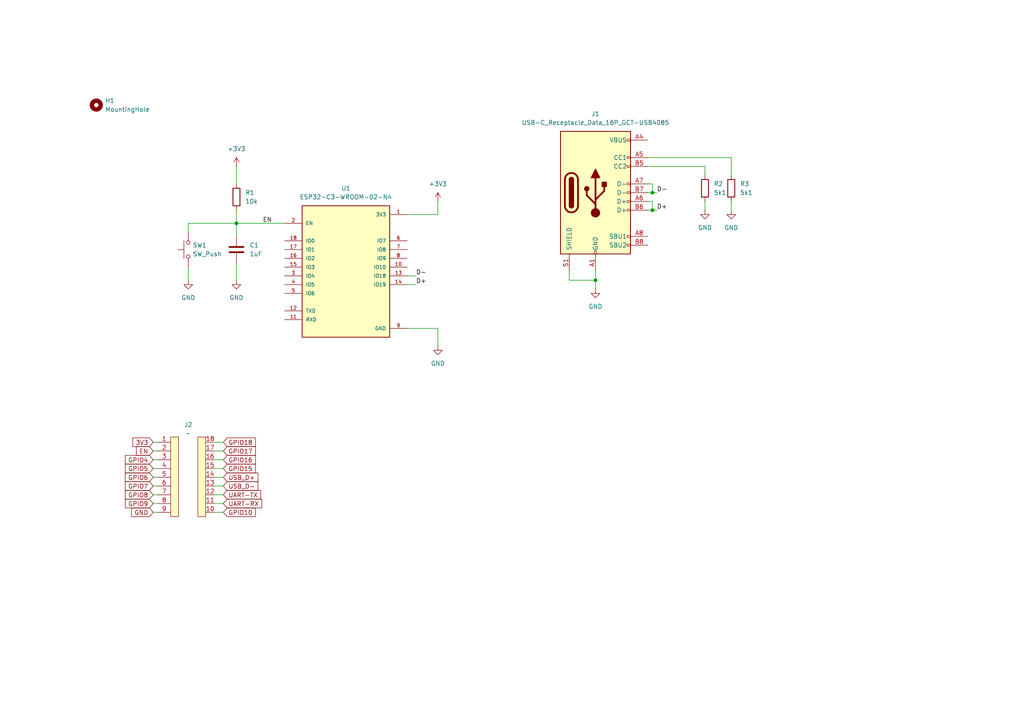
<source format=kicad_sch>
(kicad_sch (version 20231120) (generator "eeschema") (generator_version "8.0")
  (paper "A4")
  (lib_symbols
    (symbol "Alexander Symbol Library:ESP32-C3-WROOM-02-N4" (pin_names (offset 1.016))
      (property "Reference" "U" (at -12.7 21.082 0))
      (property "Value" "ESP32-C3-WROOM-02-N4" (at -13.208 -19.05 0))
      (symbol "ESP32-C3-WROOM-02-N4_0_0"
        (rectangle (start -12.7 20.32) (end 12.7 -17.78) (stroke (width 0.254)) (fill (type background)))
        (pin power_in line (at 17.78 17.78 180) (length 5.08) (name "3V3") (number "1"))
        (pin bidirectional line (at 17.78 2.54 180) (length 5.08) (name "IO10") (number "10"))
        (pin bidirectional line (at -17.78 -12.7 0) (length 5.08) (name "RXD") (number "11"))
        (pin bidirectional line (at -17.78 -10.16 0) (length 5.08) (name "TXD") (number "12"))
        (pin bidirectional line (at 17.78 0 180) (length 5.08) (name "IO18") (number "13"))
        (pin bidirectional line (at 17.78 -2.54 180) (length 5.08) (name "IO19") (number "14"))
        (pin bidirectional line (at -17.78 2.54 0) (length 5.08) (name "IO3") (number "15"))
        (pin bidirectional line (at -17.78 5.08 0) (length 5.08) (name "IO2") (number "16"))
        (pin bidirectional line (at -17.78 7.62 0) (length 5.08) (name "IO1") (number "17"))
        (pin bidirectional line (at -17.78 10.16 0) (length 5.08) (name "IO0") (number "18"))
        (pin power_in line (at 17.78 -15.24 180) (length 5.08) hide (name "GND__1") (number "19"))
        (pin input line (at -17.78 15.24 0) (length 5.08) (name "EN") (number "2"))
        (pin power_in line (at 17.78 -15.24 180) (length 5.08) hide (name "GND__2") (number "20"))
        (pin power_in line (at 17.78 -15.24 180) (length 5.08) hide (name "GND__3") (number "21"))
        (pin power_in line (at 17.78 -15.24 180) (length 5.08) hide (name "GND__4") (number "22"))
        (pin power_in line (at 17.78 -15.24 180) (length 5.08) hide (name "GND__5") (number "23"))
        (pin power_in line (at 17.78 -15.24 180) (length 5.08) hide (name "GND__6") (number "24"))
        (pin power_in line (at 17.78 -15.24 180) (length 5.08) hide (name "GND__7") (number "25"))
        (pin power_in line (at 17.78 -15.24 180) (length 5.08) hide (name "GND__8") (number "26"))
        (pin power_in line (at 17.78 -15.24 180) (length 5.08) hide (name "GND__9") (number "27"))
        (pin power_in line (at 17.78 -15.24 180) (length 5.08) hide (name "GND__10") (number "28"))
        (pin power_in line (at 17.78 -15.24 180) (length 5.08) hide (name "GND__11") (number "29"))
        (pin bidirectional line (at -17.78 0 0) (length 5.08) (name "IO4") (number "3"))
        (pin power_in line (at 17.78 -15.24 180) (length 5.08) hide (name "GND__12") (number "30"))
        (pin power_in line (at 17.78 -15.24 180) (length 5.08) hide (name "GND__13") (number "31"))
        (pin power_in line (at 17.78 -15.24 180) (length 5.08) hide (name "GND__14") (number "32"))
        (pin power_in line (at 17.78 -15.24 180) (length 5.08) hide (name "GND__15") (number "33"))
        (pin power_in line (at 17.78 -15.24 180) (length 5.08) hide (name "GND__16") (number "34"))
        (pin power_in line (at 17.78 -15.24 180) (length 5.08) hide (name "GND__17") (number "35"))
        (pin power_in line (at 17.78 -15.24 180) (length 5.08) hide (name "GND__18") (number "36"))
        (pin power_in line (at 17.78 -15.24 180) (length 5.08) hide (name "GND__19") (number "37"))
        (pin power_in line (at 17.78 -15.24 180) (length 5.08) hide (name "GND__20") (number "38"))
        (pin power_in line (at 17.78 -15.24 180) (length 5.08) hide (name "GND__21") (number "39"))
        (pin bidirectional line (at -17.78 -2.54 0) (length 5.08) (name "IO5") (number "4"))
        (pin bidirectional line (at -17.78 -5.08 0) (length 5.08) (name "IO6") (number "5"))
        (pin bidirectional line (at 17.78 10.16 180) (length 5.08) (name "IO7") (number "6"))
        (pin bidirectional line (at 17.78 7.62 180) (length 5.08) (name "IO8") (number "7"))
        (pin bidirectional line (at 17.78 5.08 180) (length 5.08) (name "IO9") (number "8"))
        (pin power_in line (at 17.78 -15.24 180) (length 5.08) (name "GND") (number "9"))
      )
    )
    (symbol "Alexander Symbol Library:USB-C_Receptacle_Data_16P_GCT-USB4085" (pin_names (offset 1.016))
      (property "Reference" "J" (at 0 22.225 0))
      (property "Value" "USB-C_Receptacle_Data_16P_GCT-USB4085" (at 0 19.685 0))
      (symbol "USB-C_Receptacle_Data_16P_GCT-USB4085_0_0"
        (rectangle (start -0.254 -17.78) (end 0.254 -16.764))
        (rectangle (start 10.16 -14.986) (end 9.144 -15.494))
        (rectangle (start 10.16 -12.446) (end 9.144 -12.954))
        (rectangle (start 10.16 -4.826) (end 9.144 -5.334))
        (rectangle (start 10.16 -2.286) (end 9.144 -2.794))
        (rectangle (start 10.16 0.254) (end 9.144 -0.254))
        (rectangle (start 10.16 2.794) (end 9.144 2.286))
        (rectangle (start 10.16 7.874) (end 9.144 7.366))
        (rectangle (start 10.16 10.414) (end 9.144 9.906))
        (rectangle (start 10.16 15.494) (end 9.144 14.986))
      )
      (symbol "USB-C_Receptacle_Data_16P_GCT-USB4085_0_1"
        (rectangle (start -10.16 17.78) (end 10.16 -17.78) (stroke (width 0.254)) (fill (type background)))
        (arc (start -8.89 -3.81) (mid -6.985 -5.7067) (end -5.08 -3.81) (stroke (width 0.508)))
        (arc (start -7.62 -3.81) (mid -6.985 -4.4423) (end -6.35 -3.81) (stroke (width 0.254)))
        (arc (start -7.62 -3.81) (mid -6.985 -4.4423) (end -6.35 -3.81) (stroke (width 0.254)) (fill (type outline)))
        (rectangle (start -7.62 -3.81) (end -6.35 3.81) (stroke (width 0.254)) (fill (type outline)))
        (arc (start -6.35 3.81) (mid -6.985 4.4423) (end -7.62 3.81) (stroke (width 0.254)))
        (arc (start -6.35 3.81) (mid -6.985 4.4423) (end -7.62 3.81) (stroke (width 0.254)) (fill (type outline)))
        (arc (start -5.08 3.81) (mid -6.985 5.7067) (end -8.89 3.81) (stroke (width 0.508)))
        (circle (center -2.54 1.143) (radius 0.635) (stroke (width 0.254)) (fill (type outline)))
        (circle (center 0 -5.842) (radius 1.27) (fill (type outline)))
        (polyline (pts (xy -8.89 -3.81) (xy -8.89 3.81)) (stroke (width 0.508)))
        (polyline (pts (xy -5.08 3.81) (xy -5.08 -3.81)) (stroke (width 0.508)))
        (polyline (pts (xy 0 -5.842) (xy 0 4.318)) (stroke (width 0.508)))
        (polyline (pts (xy 0 -3.302) (xy -2.54 -0.762) (xy -2.54 0.508)) (stroke (width 0.508)))
        (polyline (pts (xy 0 -2.032) (xy 2.54 0.508) (xy 2.54 1.778)) (stroke (width 0.508)))
        (polyline (pts (xy -1.27 4.318) (xy 0 6.858) (xy 1.27 4.318) (xy -1.27 4.318)) (stroke (width 0.254)) (fill (type outline)))
        (rectangle (start 1.905 1.778) (end 3.175 3.048) (stroke (width 0.254)) (fill (type outline)))
      )
      (symbol "USB-C_Receptacle_Data_16P_GCT-USB4085_1_1"
        (pin power_in line (at 0 -22.86 90) (length 5.08) (name "GND") (number "A1"))
        (pin power_in line (at 0 -22.86 90) (length 5.08) hide (name "GND") (number "A12"))
        (pin power_out line (at 15.24 15.24 180) (length 5.08) (name "VBUS") (number "A4"))
        (pin bidirectional line (at 15.24 10.16 180) (length 5.08) (name "CC1") (number "A5"))
        (pin bidirectional line (at 15.24 -2.54 180) (length 5.08) (name "D+") (number "A6"))
        (pin bidirectional line (at 15.24 2.54 180) (length 5.08) (name "D-") (number "A7"))
        (pin bidirectional line (at 15.24 -12.7 180) (length 5.08) (name "SBU1") (number "A8"))
        (pin power_out line (at 15.24 15.24 180) (length 5.08) hide (name "VBUS") (number "A9"))
        (pin power_in line (at 0 -22.86 90) (length 5.08) hide (name "GND") (number "B1"))
        (pin power_in line (at 0 -22.86 90) (length 5.08) hide (name "GND") (number "B12"))
        (pin power_out line (at 15.24 15.24 180) (length 5.08) hide (name "VBUS") (number "B4"))
        (pin bidirectional line (at 15.24 7.62 180) (length 5.08) (name "CC2") (number "B5"))
        (pin bidirectional line (at 15.24 -5.08 180) (length 5.08) (name "D+") (number "B6"))
        (pin bidirectional line (at 15.24 0 180) (length 5.08) (name "D-") (number "B7"))
        (pin bidirectional line (at 15.24 -15.24 180) (length 5.08) (name "SBU2") (number "B8"))
        (pin passive line (at 15.24 15.24 180) (length 5.08) hide (name "VBUS") (number "B9"))
        (pin power_in line (at -7.62 -22.86 90) (length 5.08) (name "SHIELD") (number "S1"))
        (pin power_in line (at -7.62 -22.86 90) (length 5.08) hide (name "SHIELD") (number "S2"))
        (pin power_in line (at -7.62 -22.86 90) (length 5.08) hide (name "SHIELD") (number "S3"))
        (pin power_in line (at -7.62 -22.86 90) (length 5.08) hide (name "SHIELD") (number "S4"))
      )
    )
    (symbol "Alexander_Library_Symbols:Conn_ESP32-C3-02x09"
      (property "Reference" "J" (at 0 0 0))
      (symbol "Conn_ESP32-C3-02x09_0_1"
        (rectangle (start -5.08 -2.286) (end -2.794 -25.4) (fill (type background)))
        (rectangle (start 2.794 -2.286) (end 5.08 -25.4) (fill (type background)))
      )
      (symbol "Conn_ESP32-C3-02x09_1_0"
        (pin bidirectional line (at 7.62 -24.13 180) (length 2.54) (name "") (number "10"))
        (pin bidirectional line (at 7.62 -21.59 180) (length 2.54) (name "") (number "11"))
        (pin bidirectional line (at 7.62 -19.05 180) (length 2.54) (name "") (number "12"))
        (pin bidirectional line (at 7.62 -16.51 180) (length 2.54) (name "") (number "13"))
        (pin bidirectional line (at 7.62 -13.97 180) (length 2.54) (name "") (number "14"))
        (pin bidirectional line (at 7.62 -11.43 180) (length 2.54) (name "") (number "15"))
        (pin bidirectional line (at 7.62 -8.89 180) (length 2.54) (name "") (number "16"))
        (pin bidirectional line (at 7.62 -6.35 180) (length 2.54) (name "") (number "17"))
        (pin bidirectional line (at 7.62 -3.81 180) (length 2.54) (name "") (number "18"))
      )
      (symbol "Conn_ESP32-C3-02x09_1_1"
        (pin bidirectional line (at -8.89 -3.81 0) (length 3.81) (name "") (number "1"))
        (pin bidirectional line (at -8.89 -6.35 0) (length 3.81) (name "") (number "2"))
        (pin bidirectional line (at -8.89 -8.89 0) (length 3.81) (name "") (number "3"))
        (pin bidirectional line (at -8.89 -11.43 0) (length 3.81) (name "") (number "4"))
        (pin bidirectional line (at -8.89 -13.97 0) (length 3.81) (name "") (number "5"))
        (pin bidirectional line (at -8.89 -16.51 0) (length 3.81) (name "") (number "6"))
        (pin bidirectional line (at -8.89 -19.05 0) (length 3.81) (name "") (number "7"))
        (pin bidirectional line (at -8.89 -21.59 0) (length 3.81) (name "") (number "8"))
        (pin bidirectional line (at -8.89 -24.13 0) (length 3.81) (name "") (number "9"))
      )
    )
    (symbol "Device:C" (pin_numbers hide) (pin_names (offset 0.254))
      (property "Reference" "C" (at 0.635 2.54 0))
      (property "Value" "C" (at 0.635 -2.54 0))
      (symbol "C_0_1"
        (polyline (pts (xy -2.032 -0.762) (xy 2.032 -0.762)) (stroke (width 0.508)))
        (polyline (pts (xy -2.032 0.762) (xy 2.032 0.762)) (stroke (width 0.508)))
      )
      (symbol "C_1_1"
        (pin passive line (at 0 3.81 270) (length 2.794) (name "~") (number "1"))
        (pin passive line (at 0 -3.81 90) (length 2.794) (name "~") (number "2"))
      )
    )
    (symbol "Device:R" (pin_numbers hide) (pin_names (offset 0))
      (property "Reference" "R" (at 2.032 0 90))
      (property "Value" "R" (at 0 0 90))
      (symbol "R_0_1"
        (rectangle (start -1.016 -2.54) (end 1.016 2.54) (stroke (width 0.254)))
      )
      (symbol "R_1_1"
        (pin passive line (at 0 3.81 270) (length 1.27) (name "~") (number "1"))
        (pin passive line (at 0 -3.81 90) (length 1.27) (name "~") (number "2"))
      )
    )
    (symbol "Mechanical:MountingHole" (pin_names (offset 1.016))
      (property "Reference" "H" (at 0 5.08 0))
      (property "Value" "MountingHole" (at 0 3.175 0))
      (symbol "MountingHole_0_1"
        (circle (center 0 0) (radius 1.27) (stroke (width 1.27)))
      )
    )
    (symbol "Switch:SW_Push" (pin_numbers hide) (pin_names (offset 1.016) hide)
      (property "Reference" "SW" (at 1.27 2.54 0))
      (property "Value" "SW_Push" (at 0 -1.524 0))
      (symbol "SW_Push_0_1"
        (circle (center -2.032 0) (radius 0.508))
        (polyline (pts (xy 0 1.27) (xy 0 3.048)))
        (polyline (pts (xy 2.54 1.27) (xy -2.54 1.27)))
        (circle (center 2.032 0) (radius 0.508))
        (pin passive line (at -5.08 0 0) (length 2.54) (name "1") (number "1"))
        (pin passive line (at 5.08 0 180) (length 2.54) (name "2") (number "2"))
      )
    )
    (symbol "power:+3V3" (power) (pin_numbers hide) (pin_names (offset 0) hide)
      (property "Value" "+3V3" (at 0 3.556 0))
      (symbol "+3V3_0_1"
        (polyline (pts (xy -0.762 1.27) (xy 0 2.54)))
        (polyline (pts (xy 0 0) (xy 0 2.54)))
        (polyline (pts (xy 0 2.54) (xy 0.762 1.27)))
      )
      (symbol "+3V3_1_1"
        (pin power_in line (at 0 0 90) (length 0) (name "~") (number "1"))
      )
    )
    (symbol "power:GND" (power) (pin_numbers hide) (pin_names (offset 0) hide)
      (property "Value" "GND" (at 0 -3.81 0))
      (symbol "GND_0_1"
        (polyline (pts (xy 0 0) (xy 0 -1.27) (xy 1.27 -1.27) (xy 0 -2.54) (xy -1.27 -1.27) (xy 0 -1.27)))
      )
      (symbol "GND_1_1"
        (pin power_in line (at 0 0 270) (length 0) (name "~") (number "1"))
      )
    )
  )
  (junction (at 189.23 60.96))
  (junction (at 172.72 81.28))
  (junction (at 189.23 55.88))
  (junction (at 68.58 64.77))
  (wire (pts (xy 62.23 146.05) (xy 64.77 146.05)))
  (wire (pts (xy 44.45 128.27) (xy 45.72 128.27)))
  (wire (pts (xy 44.45 138.43) (xy 45.72 138.43)))
  (wire (pts (xy 82.55 64.77) (xy 68.58 64.77)))
  (wire (pts (xy 54.61 67.31) (xy 54.61 64.77)))
  (wire (pts (xy 62.23 138.43) (xy 64.77 138.43)))
  (wire (pts (xy 44.45 130.81) (xy 45.72 130.81)))
  (wire (pts (xy 165.1 78.74) (xy 165.1 81.28)))
  (wire (pts (xy 187.96 60.96) (xy 189.23 60.96)))
  (wire (pts (xy 204.47 58.42) (xy 204.47 60.96)))
  (wire (pts (xy 62.23 135.89) (xy 64.77 135.89)))
  (wire (pts (xy 204.47 48.26) (xy 204.47 50.8)))
  (wire (pts (xy 212.09 58.42) (xy 212.09 60.96)))
  (wire (pts (xy 118.11 82.55) (xy 120.65 82.55)))
  (wire (pts (xy 68.58 48.26) (xy 68.58 53.34)))
  (wire (pts (xy 44.45 148.59) (xy 45.72 148.59)))
  (wire (pts (xy 68.58 64.77) (xy 68.58 60.96)))
  (wire (pts (xy 189.23 55.88) (xy 190.5 55.88)))
  (wire (pts (xy 62.23 130.81) (xy 64.77 130.81)))
  (wire (pts (xy 212.09 45.72) (xy 212.09 50.8)))
  (wire (pts (xy 127 62.23) (xy 127 58.42)))
  (wire (pts (xy 189.23 60.96) (xy 190.5 60.96)))
  (wire (pts (xy 187.96 58.42) (xy 189.23 58.42)))
  (wire (pts (xy 62.23 128.27) (xy 64.77 128.27)))
  (wire (pts (xy 118.11 80.01) (xy 120.65 80.01)))
  (wire (pts (xy 187.96 55.88) (xy 189.23 55.88)))
  (wire (pts (xy 172.72 81.28) (xy 172.72 83.82)))
  (wire (pts (xy 189.23 58.42) (xy 189.23 60.96)))
  (wire (pts (xy 187.96 45.72) (xy 212.09 45.72)))
  (wire (pts (xy 54.61 64.77) (xy 68.58 64.77)))
  (wire (pts (xy 118.11 62.23) (xy 127 62.23)))
  (wire (pts (xy 44.45 133.35) (xy 45.72 133.35)))
  (wire (pts (xy 118.11 95.25) (xy 127 95.25)))
  (wire (pts (xy 44.45 143.51) (xy 45.72 143.51)))
  (wire (pts (xy 54.61 77.47) (xy 54.61 81.28)))
  (wire (pts (xy 127 95.25) (xy 127 100.33)))
  (wire (pts (xy 44.45 146.05) (xy 45.72 146.05)))
  (wire (pts (xy 62.23 148.59) (xy 64.77 148.59)))
  (wire (pts (xy 187.96 53.34) (xy 189.23 53.34)))
  (wire (pts (xy 187.96 48.26) (xy 204.47 48.26)))
  (wire (pts (xy 44.45 135.89) (xy 45.72 135.89)))
  (wire (pts (xy 44.45 140.97) (xy 45.72 140.97)))
  (wire (pts (xy 165.1 81.28) (xy 172.72 81.28)))
  (wire (pts (xy 62.23 140.97) (xy 64.77 140.97)))
  (wire (pts (xy 62.23 143.51) (xy 64.77 143.51)))
  (wire (pts (xy 68.58 76.2) (xy 68.58 81.28)))
  (wire (pts (xy 68.58 64.77) (xy 68.58 68.58)))
  (wire (pts (xy 62.23 133.35) (xy 64.77 133.35)))
  (wire (pts (xy 189.23 53.34) (xy 189.23 55.88)))
  (wire (pts (xy 172.72 78.74) (xy 172.72 81.28)))
  (label "D+" (at 190.5 60.96 0))
  (label "D-" (at 120.65 80.01 0))
  (label "D+" (at 120.65 82.55 0))
  (label "D-" (at 190.5 55.88 0))
  (label "EN" (at 76.2 64.77 0))
  (global_label "USB_D-" (shape input) (at 64.77 140.97 0) (property "Intersheetrefs" "${INTERSHEET_REFS}" (effects (hide yes))))
  (global_label "GPIO17" (shape input) (at 64.77 130.81 0) (property "Intersheetrefs" "${INTERSHEET_REFS}" (effects (hide yes))))
  (global_label "GPIO8" (shape input) (at 44.45 143.51 180) (property "Intersheetrefs" "${INTERSHEET_REFS}" (effects (hide yes))))
  (global_label "GPIO6" (shape input) (at 44.45 138.43 180) (property "Intersheetrefs" "${INTERSHEET_REFS}" (effects (hide yes))))
  (global_label "3V3" (shape input) (at 44.45 128.27 180) (property "Intersheetrefs" "${INTERSHEET_REFS}" (effects (hide yes))))
  (global_label "EN" (shape input) (at 44.45 130.81 180) (property "Intersheetrefs" "${INTERSHEET_REFS}" (effects (hide yes))))
  (global_label "USB_D+" (shape input) (at 64.77 138.43 0) (property "Intersheetrefs" "${INTERSHEET_REFS}" (effects (hide yes))))
  (global_label "GPIO9" (shape input) (at 44.45 146.05 180) (property "Intersheetrefs" "${INTERSHEET_REFS}" (effects (hide yes))))
  (global_label "GPIO7" (shape input) (at 44.45 140.97 180) (property "Intersheetrefs" "${INTERSHEET_REFS}" (effects (hide yes))))
  (global_label "GPIO10" (shape input) (at 64.77 148.59 0) (property "Intersheetrefs" "${INTERSHEET_REFS}" (effects (hide yes))))
  (global_label "GPIO5" (shape input) (at 44.45 135.89 180) (property "Intersheetrefs" "${INTERSHEET_REFS}" (effects (hide yes))))
  (global_label "UART-RX" (shape input) (at 64.77 146.05 0) (property "Intersheetrefs" "${INTERSHEET_REFS}" (effects (hide yes))))
  (global_label "GPIO18" (shape input) (at 64.77 128.27 0) (property "Intersheetrefs" "${INTERSHEET_REFS}" (effects (hide yes))))
  (global_label "GPIO16" (shape input) (at 64.77 133.35 0) (property "Intersheetrefs" "${INTERSHEET_REFS}" (effects (hide yes))))
  (global_label "GPIO15" (shape input) (at 64.77 135.89 0) (property "Intersheetrefs" "${INTERSHEET_REFS}" (effects (hide yes))))
  (global_label "GPIO4" (shape input) (at 44.45 133.35 180) (property "Intersheetrefs" "${INTERSHEET_REFS}" (effects (hide yes))))
  (global_label "GND" (shape input) (at 44.45 148.59 180) (property "Intersheetrefs" "${INTERSHEET_REFS}" (effects (hide yes))))
  (global_label "UART-TX" (shape input) (at 64.77 143.51 0) (property "Intersheetrefs" "${INTERSHEET_REFS}" (effects (hide yes))))
  (symbol (lib_id "Alexander_Library_Symbols:Conn_ESP32-C3-02x09") (at 54.61 124.46 0) (unit 1)
    (property "Reference" "J2" (at 54.61 123.19 0))
    (property "Value" "~" (at 54.61 125.73 0))
  )
  (symbol (lib_id "Device:R") (at 68.58 57.15 0) (unit 1)
    (property "Reference" "R1" (at 71.12 55.8799 0) (effects (justify left)))
    (property "Value" "10k" (at 71.12 58.4199 0) (effects (justify left)))
    (property "Footprint" "Resistor_SMD:R_1206_3216Metric_Pad1.30x1.75mm_HandSolder" (effects (hide yes)))
    (property "Description" "Resistor" (effects (hide yes)))
  )
  (symbol (lib_id "Device:R") (at 204.47 54.61 180) (unit 1)
    (property "Reference" "R2" (at 207.01 53.3399 0) (effects (justify right)))
    (property "Value" "5k1" (at 207.01 55.8799 0) (effects (justify right)))
    (property "Footprint" "Resistor_SMD:R_1206_3216Metric_Pad1.30x1.75mm_HandSolder" (effects (hide yes)))
    (property "Description" "Resistor" (effects (hide yes)))
  )
  (symbol (lib_id "power:GND") (at 54.61 81.28 0) (unit 1)
    (property "Reference" "#PWR08" (effects (hide yes)))
    (property "Value" "GND" (at 54.61 86.36 0))
    (property "Description" "Power symbol creates a global label with name \"GND\" , ground" (effects (hide yes)))
  )
  (symbol (lib_id "power:+3V3") (at 127 58.42 0) (unit 1)
    (property "Reference" "#PWR02" (effects (hide yes)))
    (property "Value" "+3V3" (at 127 53.34 0))
    (property "Description" "Power symbol creates a global label with name \"+3V3\"" (effects (hide yes)))
  )
  (symbol (lib_id "Alexander Symbol Library:ESP32-C3-WROOM-02-N4") (at 100.33 80.01 0) (unit 1)
    (property "Reference" "U1" (at 100.33 54.61 0))
    (property "Value" "ESP32-C3-WROOM-02-N4" (at 100.33 57.15 0))
    (property "Footprint" "Alexander Footprint Library:ESP32-C3-WROOM-02-Socket" (effects (hide yes)))
    (property "MP" "ESP32-C3-WROOM-02-H4" (effects (hide yes)))
  )
  (symbol (lib_id "power:GND") (at 68.58 81.28 0) (unit 1)
    (property "Reference" "#PWR07" (effects (hide yes)))
    (property "Value" "GND" (at 68.58 86.36 0))
    (property "Description" "Power symbol creates a global label with name \"GND\" , ground" (effects (hide yes)))
  )
  (symbol (lib_id "power:+3V3") (at 68.58 48.26 0) (unit 1)
    (property "Reference" "#PWR03" (effects (hide yes)))
    (property "Value" "+3V3" (at 68.58 43.18 0))
    (property "Description" "Power symbol creates a global label with name \"+3V3\"" (effects (hide yes)))
  )
  (symbol (lib_id "power:GND") (at 172.72 83.82 0) (unit 1)
    (property "Reference" "#PWR04" (effects (hide yes)))
    (property "Value" "GND" (at 172.72 88.9 0))
    (property "Description" "Power symbol creates a global label with name \"GND\" , ground" (effects (hide yes)))
  )
  (symbol (lib_id "Switch:SW_Push") (at 54.61 72.39 90) (unit 1)
    (property "Reference" "SW1" (at 55.88 71.1199 90) (effects (justify right)))
    (property "Value" "SW_Push" (at 55.88 73.6599 90) (effects (justify right)))
    (property "Description" "Push button switch, generic, two pins" (effects (hide yes)))
  )
  (symbol (lib_id "power:GND") (at 212.09 60.96 0) (unit 1)
    (property "Reference" "#PWR06" (effects (hide yes)))
    (property "Value" "GND" (at 212.09 66.04 0))
    (property "Description" "Power symbol creates a global label with name \"GND\" , ground" (effects (hide yes)))
  )
  (symbol (lib_id "power:GND") (at 204.47 60.96 0) (unit 1)
    (property "Reference" "#PWR05" (effects (hide yes)))
    (property "Value" "GND" (at 204.47 66.04 0))
    (property "Description" "Power symbol creates a global label with name \"GND\" , ground" (effects (hide yes)))
  )
  (symbol (lib_id "Alexander Symbol Library:USB-C_Receptacle_Data_16P_GCT-USB4085") (at 172.72 55.88 0) (unit 1)
    (property "Reference" "J1" (at 172.72 33.02 0))
    (property "Value" "USB-C_Receptacle_Data_16P_GCT-USB4085" (at 172.72 35.56 0))
    (property "Footprint" "Alexander Footprint Library:USB-C GCT CONN16_USB4085-GF-A" (effects (hide yes)))
  )
  (symbol (lib_id "Device:R") (at 212.09 54.61 180) (unit 1)
    (property "Reference" "R3" (at 214.63 53.3399 0) (effects (justify right)))
    (property "Value" "5k1" (at 214.63 55.8799 0) (effects (justify right)))
    (property "Footprint" "Resistor_SMD:R_1206_3216Metric_Pad1.30x1.75mm_HandSolder" (effects (hide yes)))
    (property "Description" "Resistor" (effects (hide yes)))
  )
  (symbol (lib_id "Device:C") (at 68.58 72.39 0) (unit 1)
    (property "Reference" "C1" (at 72.39 71.1199 0) (effects (justify left)))
    (property "Value" "1uF" (at 72.39 73.6599 0) (effects (justify left)))
    (property "Description" "Unpolarized capacitor" (effects (hide yes)))
  )
  (symbol (lib_id "Mechanical:MountingHole") (at 27.94 30.48 0) (unit 1)
    (property "Reference" "H1" (at 30.48 29.2099 0) (effects (justify left)))
    (property "Value" "MountingHole" (at 30.48 31.7499 0) (effects (justify left)))
    (property "Description" "Mounting Hole without connection" (effects (hide yes)))
  )
  (symbol (lib_id "power:GND") (at 127 100.33 0) (unit 1)
    (property "Reference" "#PWR01" (effects (hide yes)))
    (property "Value" "GND" (at 127 105.41 0))
    (property "Description" "Power symbol creates a global label with name \"GND\" , ground" (effects (hide yes)))
  )
)
</source>
